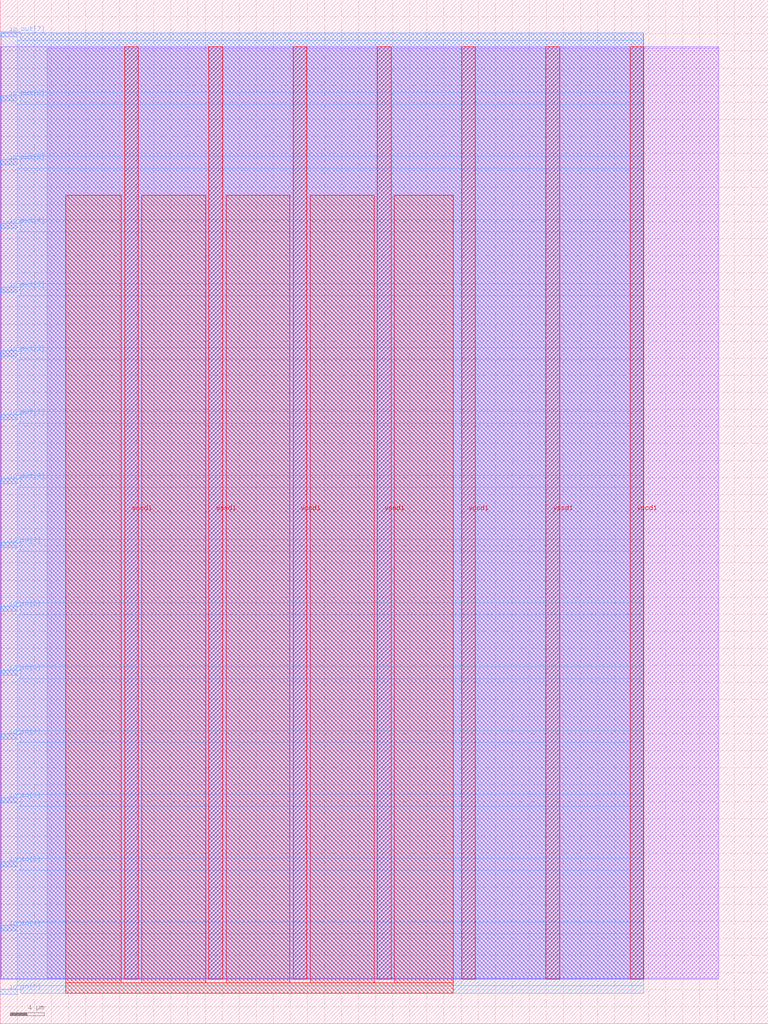
<source format=lef>
VERSION 5.7 ;
  NOWIREEXTENSIONATPIN ON ;
  DIVIDERCHAR "/" ;
  BUSBITCHARS "[]" ;
MACRO yubex_egg_timer
  CLASS BLOCK ;
  FOREIGN yubex_egg_timer ;
  ORIGIN 0.000 0.000 ;
  SIZE 90.000 BY 120.000 ;
  PIN io_in[0]
    DIRECTION INPUT ;
    USE SIGNAL ;
    PORT
      LAYER met3 ;
        RECT 0.000 3.440 2.000 4.040 ;
    END
  END io_in[0]
  PIN io_in[1]
    DIRECTION INPUT ;
    USE SIGNAL ;
    PORT
      LAYER met3 ;
        RECT 0.000 10.920 2.000 11.520 ;
    END
  END io_in[1]
  PIN io_in[2]
    DIRECTION INPUT ;
    USE SIGNAL ;
    PORT
      LAYER met3 ;
        RECT 0.000 18.400 2.000 19.000 ;
    END
  END io_in[2]
  PIN io_in[3]
    DIRECTION INPUT ;
    USE SIGNAL ;
    PORT
      LAYER met3 ;
        RECT 0.000 25.880 2.000 26.480 ;
    END
  END io_in[3]
  PIN io_in[4]
    DIRECTION INPUT ;
    USE SIGNAL ;
    PORT
      LAYER met3 ;
        RECT 0.000 33.360 2.000 33.960 ;
    END
  END io_in[4]
  PIN io_in[5]
    DIRECTION INPUT ;
    USE SIGNAL ;
    PORT
      LAYER met3 ;
        RECT 0.000 40.840 2.000 41.440 ;
    END
  END io_in[5]
  PIN io_in[6]
    DIRECTION INPUT ;
    USE SIGNAL ;
    PORT
      LAYER met3 ;
        RECT 0.000 48.320 2.000 48.920 ;
    END
  END io_in[6]
  PIN io_in[7]
    DIRECTION INPUT ;
    USE SIGNAL ;
    PORT
      LAYER met3 ;
        RECT 0.000 55.800 2.000 56.400 ;
    END
  END io_in[7]
  PIN io_out[0]
    DIRECTION OUTPUT TRISTATE ;
    USE SIGNAL ;
    PORT
      LAYER met3 ;
        RECT 0.000 63.280 2.000 63.880 ;
    END
  END io_out[0]
  PIN io_out[1]
    DIRECTION OUTPUT TRISTATE ;
    USE SIGNAL ;
    PORT
      LAYER met3 ;
        RECT 0.000 70.760 2.000 71.360 ;
    END
  END io_out[1]
  PIN io_out[2]
    DIRECTION OUTPUT TRISTATE ;
    USE SIGNAL ;
    PORT
      LAYER met3 ;
        RECT 0.000 78.240 2.000 78.840 ;
    END
  END io_out[2]
  PIN io_out[3]
    DIRECTION OUTPUT TRISTATE ;
    USE SIGNAL ;
    PORT
      LAYER met3 ;
        RECT 0.000 85.720 2.000 86.320 ;
    END
  END io_out[3]
  PIN io_out[4]
    DIRECTION OUTPUT TRISTATE ;
    USE SIGNAL ;
    PORT
      LAYER met3 ;
        RECT 0.000 93.200 2.000 93.800 ;
    END
  END io_out[4]
  PIN io_out[5]
    DIRECTION OUTPUT TRISTATE ;
    USE SIGNAL ;
    PORT
      LAYER met3 ;
        RECT 0.000 100.680 2.000 101.280 ;
    END
  END io_out[5]
  PIN io_out[6]
    DIRECTION OUTPUT TRISTATE ;
    USE SIGNAL ;
    PORT
      LAYER met3 ;
        RECT 0.000 108.160 2.000 108.760 ;
    END
  END io_out[6]
  PIN io_out[7]
    DIRECTION OUTPUT TRISTATE ;
    USE SIGNAL ;
    PORT
      LAYER met3 ;
        RECT 0.000 115.640 2.000 116.240 ;
    END
  END io_out[7]
  PIN vccd1
    DIRECTION INOUT ;
    USE POWER ;
    PORT
      LAYER met4 ;
        RECT 14.590 5.200 16.190 114.480 ;
    END
    PORT
      LAYER met4 ;
        RECT 34.330 5.200 35.930 114.480 ;
    END
    PORT
      LAYER met4 ;
        RECT 54.070 5.200 55.670 114.480 ;
    END
    PORT
      LAYER met4 ;
        RECT 73.810 5.200 75.410 114.480 ;
    END
  END vccd1
  PIN vssd1
    DIRECTION INOUT ;
    USE GROUND ;
    PORT
      LAYER met4 ;
        RECT 24.460 5.200 26.060 114.480 ;
    END
    PORT
      LAYER met4 ;
        RECT 44.200 5.200 45.800 114.480 ;
    END
    PORT
      LAYER met4 ;
        RECT 63.940 5.200 65.540 114.480 ;
    END
  END vssd1
  OBS
      LAYER li1 ;
        RECT 5.520 5.355 84.180 114.325 ;
      LAYER met1 ;
        RECT 0.070 5.200 84.180 114.480 ;
      LAYER met2 ;
        RECT 0.100 5.255 75.380 116.125 ;
      LAYER met3 ;
        RECT 2.400 115.240 75.400 116.105 ;
        RECT 2.000 109.160 75.400 115.240 ;
        RECT 2.400 107.760 75.400 109.160 ;
        RECT 2.000 101.680 75.400 107.760 ;
        RECT 2.400 100.280 75.400 101.680 ;
        RECT 2.000 94.200 75.400 100.280 ;
        RECT 2.400 92.800 75.400 94.200 ;
        RECT 2.000 86.720 75.400 92.800 ;
        RECT 2.400 85.320 75.400 86.720 ;
        RECT 2.000 79.240 75.400 85.320 ;
        RECT 2.400 77.840 75.400 79.240 ;
        RECT 2.000 71.760 75.400 77.840 ;
        RECT 2.400 70.360 75.400 71.760 ;
        RECT 2.000 64.280 75.400 70.360 ;
        RECT 2.400 62.880 75.400 64.280 ;
        RECT 2.000 56.800 75.400 62.880 ;
        RECT 2.400 55.400 75.400 56.800 ;
        RECT 2.000 49.320 75.400 55.400 ;
        RECT 2.400 47.920 75.400 49.320 ;
        RECT 2.000 41.840 75.400 47.920 ;
        RECT 2.400 40.440 75.400 41.840 ;
        RECT 2.000 34.360 75.400 40.440 ;
        RECT 2.400 32.960 75.400 34.360 ;
        RECT 2.000 26.880 75.400 32.960 ;
        RECT 2.400 25.480 75.400 26.880 ;
        RECT 2.000 19.400 75.400 25.480 ;
        RECT 2.400 18.000 75.400 19.400 ;
        RECT 2.000 11.920 75.400 18.000 ;
        RECT 2.400 10.520 75.400 11.920 ;
        RECT 2.000 4.440 75.400 10.520 ;
        RECT 2.400 3.580 75.400 4.440 ;
      LAYER met4 ;
        RECT 7.655 4.800 14.190 97.065 ;
        RECT 16.590 4.800 24.060 97.065 ;
        RECT 26.460 4.800 33.930 97.065 ;
        RECT 36.330 4.800 43.800 97.065 ;
        RECT 46.200 4.800 53.065 97.065 ;
        RECT 7.655 3.575 53.065 4.800 ;
  END
END yubex_egg_timer
END LIBRARY


</source>
